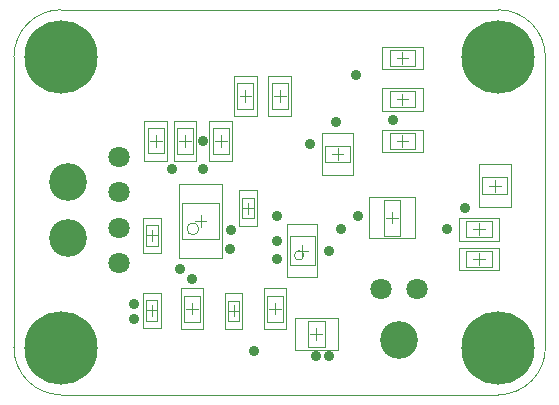
<source format=gbs>
G04*
G04 #@! TF.GenerationSoftware,Altium Limited,Altium Designer,19.1.8 (144)*
G04*
G04 Layer_Color=16711935*
%FSLAX25Y25*%
%MOIN*%
G70*
G01*
G75*
%ADD16C,0.00394*%
%ADD17C,0.00394*%
%ADD18C,0.00197*%
%ADD49C,0.07099*%
%ADD50C,0.12611*%
%ADD51C,0.03556*%
%ADD52C,0.24422*%
D16*
X9449Y112598D02*
D03*
X186614Y15748D02*
D03*
D17*
X170866Y-0D02*
G03*
X186614Y15748I0J15748D01*
G01*
X9449Y15748D02*
G03*
X25197Y0I15748J0D01*
G01*
X186614Y112598D02*
G03*
X170866Y128347I-15748J0D01*
G01*
X25197D02*
G03*
X9449Y112598I0J-15748D01*
G01*
X25197Y128347D02*
X170866D01*
X9449Y15748D02*
Y112598D01*
X25197Y0D02*
X170866D01*
X186614Y15748D02*
Y112598D01*
X71063Y55315D02*
G03*
X71063Y55315I-1969J0D01*
G01*
X106102Y46457D02*
G03*
X106102Y46457I-1575J0D01*
G01*
X89370Y58760D02*
Y65650D01*
X85630Y58760D02*
Y65650D01*
X89370D01*
X85630Y58760D02*
X89370D01*
X53543Y24705D02*
X57284D01*
X53543Y31594D02*
X57284D01*
X53543Y24705D02*
Y31594D01*
X57284Y24705D02*
Y31594D01*
X80807Y31398D02*
X84547D01*
X80807Y24508D02*
X84547D01*
Y31398D01*
X80807Y24508D02*
Y31398D01*
X53642Y56595D02*
X57382D01*
X53642Y49705D02*
X57382D01*
Y56595D01*
X53642Y49705D02*
Y56595D01*
X107480Y16043D02*
X112992D01*
X107480Y24508D02*
X112992D01*
Y16043D02*
Y24508D01*
X107480Y16043D02*
Y24508D01*
X160236Y47933D02*
X168898D01*
X160236Y42618D02*
X168898D01*
X160236D02*
Y47933D01*
X168898Y42618D02*
Y47933D01*
X113091Y77559D02*
Y83071D01*
X121555Y77559D02*
Y83071D01*
X113091Y77559D02*
X121555D01*
X113091Y83071D02*
X121555D01*
X54035Y88779D02*
X59350D01*
X54035Y80512D02*
X59350D01*
Y88779D01*
X54035Y80512D02*
Y88779D01*
X173917Y66929D02*
Y72441D01*
X165453Y66929D02*
Y72441D01*
X173917D01*
X165453Y66929D02*
X173917D01*
X75689Y80315D02*
X81004D01*
X75689Y88976D02*
X81004D01*
X75689Y80315D02*
Y88976D01*
X81004Y80315D02*
Y88976D01*
X63878D02*
X69193D01*
X63878Y80315D02*
X69193D01*
Y88976D01*
X63878Y80315D02*
Y88976D01*
X65551Y51772D02*
X77756D01*
X65551Y63976D02*
X77756D01*
X65551Y51772D02*
Y63976D01*
X77756Y51772D02*
Y63976D01*
X95374Y103839D02*
X100689D01*
X95374Y95177D02*
X100689D01*
Y103839D01*
X95374Y95177D02*
Y103839D01*
X83957Y103937D02*
X89272D01*
X83957Y95276D02*
X89272D01*
Y103937D01*
X83957Y95276D02*
Y103937D01*
X134685Y109449D02*
Y114961D01*
X143268Y109449D02*
Y114961D01*
X134685D02*
X143268D01*
X134685Y109449D02*
X143268D01*
X160236Y52461D02*
X168898D01*
X160236Y57775D02*
X168898D01*
Y52461D02*
Y57775D01*
X160236Y52461D02*
Y57775D01*
X134646Y81988D02*
X143307D01*
X134646Y87303D02*
X143307D01*
Y81988D02*
Y87303D01*
X134646Y81988D02*
Y87303D01*
X134843Y95768D02*
Y101083D01*
X143110Y95768D02*
Y101083D01*
X134843D02*
X143110D01*
X134843Y95768D02*
X143110D01*
X93799Y24409D02*
Y33071D01*
X99114Y24409D02*
Y33071D01*
X93799Y24409D02*
X99114D01*
X93799Y33071D02*
X99114D01*
X66240Y24409D02*
Y33071D01*
X71555Y24409D02*
Y33071D01*
X66240Y24409D02*
X71555D01*
X66240Y33071D02*
X71555D01*
X132677Y53071D02*
X138189D01*
X132677Y65039D02*
X138189D01*
Y53071D02*
Y65039D01*
X132677Y53071D02*
Y65039D01*
X101378Y43307D02*
X109646D01*
X101378Y52756D02*
X109646D01*
X101378Y43307D02*
Y52756D01*
X109646Y43307D02*
Y52756D01*
X85630Y62205D02*
X89370D01*
X87500Y60335D02*
Y64075D01*
X55413Y26280D02*
Y30020D01*
X53543Y28150D02*
X57284D01*
X82677Y26083D02*
Y29823D01*
X80807Y27953D02*
X84547D01*
X55512Y51279D02*
Y55020D01*
X53642Y53150D02*
X57382D01*
X110236Y18307D02*
Y22244D01*
X108268Y20276D02*
X112205D01*
X164567Y43307D02*
Y47244D01*
X162598Y45276D02*
X166535D01*
X115354Y80315D02*
X119291D01*
X117323Y78347D02*
Y82284D01*
X56693Y82677D02*
Y86614D01*
X54724Y84646D02*
X58661D01*
X167717Y69685D02*
X171653D01*
X169685Y67716D02*
Y71653D01*
X78347Y82677D02*
Y86614D01*
X76378Y84646D02*
X80315D01*
X66535Y82677D02*
Y86614D01*
X64567Y84646D02*
X68504D01*
X71654Y55905D02*
Y59842D01*
X69685Y57874D02*
X73622D01*
X98032Y97539D02*
Y101476D01*
X96063Y99508D02*
X100000D01*
X86614Y97638D02*
Y101575D01*
X84646Y99606D02*
X88583D01*
X137008Y112205D02*
X140945D01*
X138977Y110236D02*
Y114173D01*
X164567Y53149D02*
Y57086D01*
X162598Y55118D02*
X166535D01*
X138976Y82677D02*
Y86614D01*
X137008Y84646D02*
X140945D01*
X137008Y98425D02*
X140945D01*
X138977Y96457D02*
Y100394D01*
X94488Y28740D02*
X98425D01*
X96457Y26772D02*
Y30709D01*
X66929Y28740D02*
X70866D01*
X68898Y26772D02*
Y30709D01*
X135433Y57087D02*
Y61024D01*
X133465Y59055D02*
X137402D01*
X105512Y46063D02*
Y50000D01*
X103543Y48031D02*
X107480D01*
D18*
X90453Y56299D02*
Y68110D01*
X84547Y56299D02*
Y68110D01*
X90453D01*
X84547Y56299D02*
X90453D01*
X52461Y22244D02*
X58366D01*
X52461Y34055D02*
X58366D01*
X52461Y22244D02*
Y34055D01*
X58366Y22244D02*
Y34055D01*
X79724Y33858D02*
X85630D01*
X79724Y22047D02*
X85630D01*
Y33858D01*
X79724Y22047D02*
Y33858D01*
X52559Y59055D02*
X58465D01*
X52559Y47244D02*
X58465D01*
Y59055D01*
X52559Y47244D02*
Y59055D01*
X103150Y14961D02*
X117323D01*
X103150Y25591D02*
X117323D01*
Y14961D02*
Y25591D01*
X103150Y14961D02*
Y25591D01*
X157874Y49016D02*
X171260D01*
X157874Y41535D02*
X171260D01*
X157874D02*
Y49016D01*
X171260Y41535D02*
Y49016D01*
X112008Y73228D02*
Y87402D01*
X122638Y73228D02*
Y87402D01*
X112008Y73228D02*
X122638D01*
X112008Y87402D02*
X122638D01*
X52953Y91339D02*
X60433D01*
X52953Y77953D02*
X60433D01*
Y91339D01*
X52953Y77953D02*
Y91339D01*
X175000Y62598D02*
Y76772D01*
X164370Y62598D02*
Y76772D01*
X175000D01*
X164370Y62598D02*
X175000D01*
X74606Y77953D02*
X82087D01*
X74606Y91339D02*
X82087D01*
X74606Y77953D02*
Y91339D01*
X82087Y77953D02*
Y91339D01*
X62795Y91339D02*
X70276D01*
X62795Y77953D02*
X70276D01*
Y91339D01*
X62795Y77953D02*
Y91339D01*
X64567Y45472D02*
X78740D01*
X64567Y70275D02*
X78740D01*
X64567Y45472D02*
Y70275D01*
X78740Y45472D02*
Y70275D01*
X94291Y106201D02*
X101772D01*
X94291Y92815D02*
X101772D01*
Y106201D01*
X94291Y92815D02*
Y106201D01*
X82874Y106299D02*
X90354D01*
X82874Y92913D02*
X90354D01*
Y106299D01*
X82874Y92913D02*
Y106299D01*
X132283Y108465D02*
Y115945D01*
X145669Y108465D02*
Y115945D01*
X132283D02*
X145669D01*
X132283Y108465D02*
X145669D01*
X157874Y51378D02*
X171260D01*
X157874Y58858D02*
X171260D01*
Y51378D02*
Y58858D01*
X157874Y51378D02*
Y58858D01*
X132283Y80906D02*
X145669D01*
X132283Y88386D02*
X145669D01*
Y80906D02*
Y88386D01*
X132283Y80906D02*
Y88386D01*
X132283Y94685D02*
Y102165D01*
X145669Y94685D02*
Y102165D01*
X132283D02*
X145669D01*
X132283Y94685D02*
X145669D01*
X92716Y22047D02*
Y35433D01*
X100197Y22047D02*
Y35433D01*
X92716Y22047D02*
X100197D01*
X92716Y35433D02*
X100197D01*
X65158Y22047D02*
Y35433D01*
X72638Y22047D02*
Y35433D01*
X65158Y22047D02*
X72638D01*
X65158Y35433D02*
X72638D01*
X127854Y52165D02*
X143012D01*
X127854Y65945D02*
X143012D01*
Y52165D02*
Y65945D01*
X127854Y52165D02*
Y65945D01*
X100394Y39272D02*
X110630D01*
X100394Y56791D02*
X110630D01*
X100394Y39272D02*
Y56791D01*
X110630Y39272D02*
Y56791D01*
D49*
X44567Y43898D02*
D03*
Y55709D02*
D03*
Y67520D02*
D03*
Y79331D02*
D03*
X143701Y35118D02*
D03*
X131890D02*
D03*
D50*
X27559Y70866D02*
D03*
Y52362D02*
D03*
X137795Y18110D02*
D03*
D51*
X108267Y83464D02*
D03*
X97244Y45276D02*
D03*
Y51181D02*
D03*
Y59449D02*
D03*
X72441Y75197D02*
D03*
X62205D02*
D03*
X116732Y90945D02*
D03*
X114567Y12992D02*
D03*
X123622Y106693D02*
D03*
X135827Y91732D02*
D03*
X72441Y84646D02*
D03*
X64862Y41831D02*
D03*
X68799Y38484D02*
D03*
X81693Y54823D02*
D03*
X49409Y30315D02*
D03*
X81496Y48425D02*
D03*
X110236Y12992D02*
D03*
X114567Y48031D02*
D03*
X118504Y55118D02*
D03*
X124016Y59449D02*
D03*
X159843Y62205D02*
D03*
X153937Y55118D02*
D03*
X89370Y14567D02*
D03*
X49508Y25098D02*
D03*
D52*
X25197Y112598D02*
D03*
X170866D02*
D03*
Y15748D02*
D03*
X25197D02*
D03*
M02*

</source>
